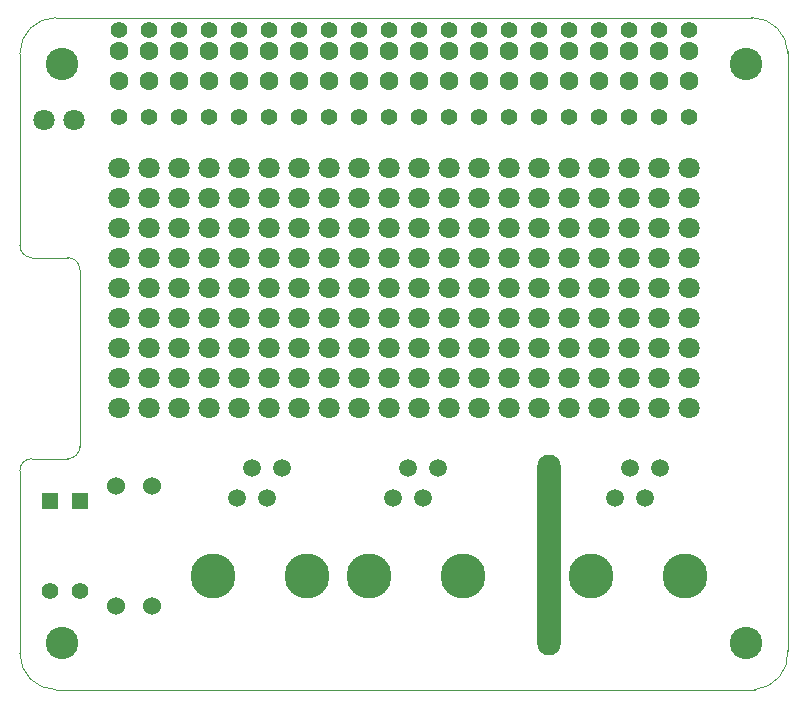
<source format=gbs>
G04 (created by PCBNEW (2013-june-11)-stable) date Sun 20 Aug 2017 10:14:19 PM EDT*
%MOIN*%
G04 Gerber Fmt 3.4, Leading zero omitted, Abs format*
%FSLAX34Y34*%
G01*
G70*
G90*
G04 APERTURE LIST*
%ADD10C,0.00590551*%
%ADD11C,0.00393701*%
%ADD12C,0.0590551*%
%ADD13C,0.149606*%
%ADD14C,0.0708661*%
%ADD15R,0.056X0.056*%
%ADD16C,0.056*%
%ADD17C,0.06*%
%ADD18C,0.0629921*%
%ADD19O,0.0787402X0.669291*%
%ADD20C,0.0551181*%
%ADD21C,0.108268*%
G04 APERTURE END LIST*
G54D10*
G54D11*
X63400Y-68400D02*
X86700Y-68400D01*
X86600Y-46000D02*
X63400Y-46000D01*
X87800Y-47200D02*
G75*
G03X86600Y-46000I-1200J0D01*
G74*
G01*
X62200Y-61100D02*
X62200Y-67200D01*
X62600Y-60700D02*
X63800Y-60700D01*
X64200Y-54400D02*
X64200Y-60300D01*
X62600Y-54000D02*
X63800Y-54000D01*
X62200Y-47200D02*
X62200Y-53600D01*
X63400Y-46000D02*
G75*
G03X62200Y-47200I0J-1200D01*
G74*
G01*
X87800Y-67100D02*
X87800Y-47100D01*
X64200Y-54400D02*
G75*
G03X63800Y-54000I-400J0D01*
G74*
G01*
X63800Y-60700D02*
G75*
G03X64200Y-60300I0J400D01*
G74*
G01*
X62600Y-60700D02*
G75*
G03X62200Y-61100I0J-400D01*
G74*
G01*
X62200Y-53600D02*
G75*
G03X62600Y-54000I400J0D01*
G74*
G01*
X62200Y-67200D02*
G75*
G03X63400Y-68400I1200J0D01*
G74*
G01*
X86700Y-68399D02*
G75*
G03X87799Y-67099I-100J1199D01*
G74*
G01*
G54D12*
X83550Y-61000D03*
X83050Y-62000D03*
X82550Y-61000D03*
X82050Y-62000D03*
G54D13*
X84374Y-64598D03*
X81225Y-64598D03*
G54D12*
X76150Y-61000D03*
X75650Y-62000D03*
X75150Y-61000D03*
X74650Y-62000D03*
G54D13*
X76974Y-64598D03*
X73825Y-64598D03*
G54D12*
X70950Y-61000D03*
X70450Y-62000D03*
X69950Y-61000D03*
X69450Y-62000D03*
G54D13*
X71774Y-64598D03*
X68625Y-64598D03*
G54D14*
X64000Y-49400D03*
X63000Y-49400D03*
G54D15*
X64200Y-62100D03*
G54D16*
X64200Y-65100D03*
G54D15*
X63200Y-62100D03*
G54D16*
X63200Y-65100D03*
G54D17*
X66600Y-61600D03*
X66600Y-65600D03*
X65400Y-61600D03*
X65400Y-65600D03*
G54D18*
X65500Y-48100D03*
X65500Y-47100D03*
X66500Y-48100D03*
X66500Y-47100D03*
X67500Y-48100D03*
X67500Y-47100D03*
X68500Y-48100D03*
X68500Y-47100D03*
X69500Y-48100D03*
X69500Y-47100D03*
X70500Y-48100D03*
X70500Y-47100D03*
X71500Y-48100D03*
X71500Y-47100D03*
X72500Y-48100D03*
X72500Y-47100D03*
X73500Y-48100D03*
X73500Y-47100D03*
X74500Y-48100D03*
X74500Y-47100D03*
X75500Y-48100D03*
X75500Y-47100D03*
X76500Y-48100D03*
X76500Y-47100D03*
X77500Y-48100D03*
X77500Y-47100D03*
X78500Y-48100D03*
X78500Y-47100D03*
X79500Y-48100D03*
X79500Y-47100D03*
X80500Y-48100D03*
X80500Y-47100D03*
X81500Y-48100D03*
X81500Y-47100D03*
X82500Y-48100D03*
X82500Y-47100D03*
X83500Y-48100D03*
X83500Y-47100D03*
X84500Y-48100D03*
X84500Y-47100D03*
G54D19*
X79850Y-63900D03*
G54D20*
X74500Y-46400D03*
X73500Y-46400D03*
X72500Y-46400D03*
X71500Y-46400D03*
X70500Y-46400D03*
X69500Y-46400D03*
X68500Y-46400D03*
X67500Y-46400D03*
X66500Y-46400D03*
X65500Y-46400D03*
X71500Y-49300D03*
X70500Y-49300D03*
X69500Y-49300D03*
X68500Y-49300D03*
X67500Y-49300D03*
X65500Y-49300D03*
X66500Y-49300D03*
X76500Y-49300D03*
X75500Y-49300D03*
X76500Y-46400D03*
X84500Y-49300D03*
X83500Y-49300D03*
X82500Y-49300D03*
X81500Y-49300D03*
X80500Y-49300D03*
X79500Y-49300D03*
X78500Y-49300D03*
X77500Y-49300D03*
X74500Y-49300D03*
X73500Y-49300D03*
X72500Y-49300D03*
X84500Y-46400D03*
X83500Y-46400D03*
X82500Y-46400D03*
X81500Y-46400D03*
X80500Y-46400D03*
X79500Y-46400D03*
X78500Y-46400D03*
X77500Y-46400D03*
X75500Y-46400D03*
G54D14*
X65500Y-51000D03*
X65500Y-52000D03*
X65500Y-53000D03*
X65500Y-54000D03*
X65500Y-55000D03*
X65500Y-56000D03*
X65500Y-57000D03*
X65500Y-58000D03*
X65500Y-59000D03*
X66500Y-51000D03*
X66500Y-52000D03*
X66500Y-53000D03*
X66500Y-54000D03*
X66500Y-55000D03*
X66500Y-56000D03*
X66500Y-57000D03*
X66500Y-58000D03*
X66500Y-59000D03*
X67500Y-51000D03*
X67500Y-52000D03*
X67500Y-53000D03*
X67500Y-54000D03*
X67500Y-55000D03*
X67500Y-56000D03*
X67500Y-57000D03*
X67500Y-58000D03*
X67500Y-59000D03*
X68500Y-51000D03*
X68500Y-52000D03*
X68500Y-53000D03*
X68500Y-54000D03*
X68500Y-55000D03*
X68500Y-56000D03*
X68500Y-57000D03*
X68500Y-58000D03*
X68500Y-59000D03*
X69500Y-51000D03*
X69500Y-52000D03*
X69500Y-53000D03*
X69500Y-54000D03*
X69500Y-55000D03*
X69500Y-56000D03*
X69500Y-57000D03*
X69500Y-58000D03*
X69500Y-59000D03*
X70500Y-51000D03*
X70500Y-52000D03*
X70500Y-53000D03*
X70500Y-54000D03*
X70500Y-55000D03*
X70500Y-56000D03*
X70500Y-57000D03*
X70500Y-58000D03*
X70500Y-59000D03*
X71500Y-51000D03*
X71500Y-52000D03*
X71500Y-53000D03*
X71500Y-54000D03*
X71500Y-55000D03*
X71500Y-56000D03*
X71500Y-57000D03*
X71500Y-58000D03*
X71500Y-59000D03*
X72500Y-51000D03*
X72500Y-52000D03*
X72500Y-53000D03*
X72500Y-54000D03*
X72500Y-55000D03*
X72500Y-56000D03*
X72500Y-57000D03*
X72500Y-58000D03*
X72500Y-59000D03*
X84500Y-51000D03*
X84500Y-52000D03*
X84500Y-53000D03*
X84500Y-54000D03*
X84500Y-55000D03*
X84500Y-56000D03*
X84500Y-57000D03*
X84500Y-58000D03*
X84500Y-59000D03*
X83500Y-51000D03*
X83500Y-52000D03*
X83500Y-53000D03*
X83500Y-54000D03*
X83500Y-55000D03*
X83500Y-56000D03*
X83500Y-57000D03*
X83500Y-58000D03*
X83500Y-59000D03*
X82500Y-51000D03*
X82500Y-52000D03*
X82500Y-53000D03*
X82500Y-54000D03*
X82500Y-55000D03*
X82500Y-56000D03*
X82500Y-57000D03*
X82500Y-58000D03*
X82500Y-59000D03*
X81500Y-51000D03*
X81500Y-52000D03*
X81500Y-53000D03*
X81500Y-54000D03*
X81500Y-55000D03*
X81500Y-56000D03*
X81500Y-57000D03*
X81500Y-58000D03*
X81500Y-59000D03*
X80500Y-51000D03*
X80500Y-52000D03*
X80500Y-53000D03*
X80500Y-54000D03*
X80500Y-55000D03*
X80500Y-56000D03*
X80500Y-57000D03*
X80500Y-58000D03*
X80500Y-59000D03*
X79500Y-51000D03*
X79500Y-52000D03*
X79500Y-53000D03*
X79500Y-54000D03*
X79500Y-55000D03*
X79500Y-56000D03*
X79500Y-57000D03*
X79500Y-58000D03*
X79500Y-59000D03*
X78500Y-51000D03*
X78500Y-52000D03*
X78500Y-53000D03*
X78500Y-54000D03*
X78500Y-55000D03*
X78500Y-56000D03*
X78500Y-57000D03*
X78500Y-58000D03*
X78500Y-59000D03*
X77500Y-51000D03*
X77500Y-52000D03*
X77500Y-53000D03*
X77500Y-54000D03*
X77500Y-55000D03*
X77500Y-56000D03*
X77500Y-57000D03*
X77500Y-58000D03*
X77500Y-59000D03*
X76500Y-51000D03*
X76500Y-52000D03*
X76500Y-53000D03*
X76500Y-54000D03*
X76500Y-55000D03*
X76500Y-56000D03*
X76500Y-57000D03*
X76500Y-58000D03*
X76500Y-59000D03*
X75500Y-51000D03*
X75500Y-52000D03*
X75500Y-53000D03*
X75500Y-54000D03*
X75500Y-55000D03*
X75500Y-56000D03*
X75500Y-57000D03*
X75500Y-58000D03*
X75500Y-59000D03*
X74500Y-51000D03*
X74500Y-52000D03*
X74500Y-53000D03*
X74500Y-54000D03*
X74500Y-55000D03*
X74500Y-56000D03*
X74500Y-57000D03*
X74500Y-58000D03*
X74500Y-59000D03*
X73500Y-51000D03*
X73500Y-52000D03*
X73500Y-53000D03*
X73500Y-54000D03*
X73500Y-55000D03*
X73500Y-56000D03*
X73500Y-57000D03*
X73500Y-58000D03*
X73500Y-59000D03*
G54D21*
X63600Y-66850D03*
X86400Y-66850D03*
X86400Y-47550D03*
X63600Y-47550D03*
M02*

</source>
